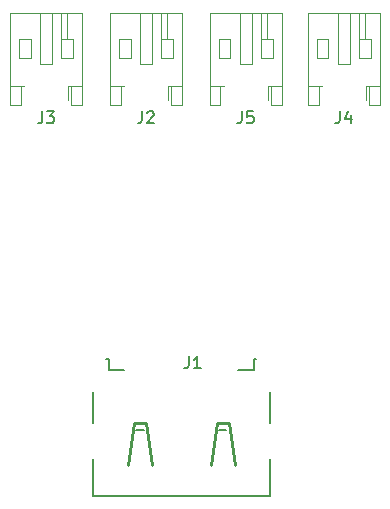
<source format=gbr>
%TF.GenerationSoftware,KiCad,Pcbnew,(6.0.5)*%
%TF.CreationDate,2022-06-07T12:46:05-06:00*%
%TF.ProjectId,21Pin_Fanout,32315069-6e5f-4466-916e-6f75742e6b69,rev?*%
%TF.SameCoordinates,Original*%
%TF.FileFunction,Legend,Top*%
%TF.FilePolarity,Positive*%
%FSLAX46Y46*%
G04 Gerber Fmt 4.6, Leading zero omitted, Abs format (unit mm)*
G04 Created by KiCad (PCBNEW (6.0.5)) date 2022-06-07 12:46:05*
%MOMM*%
%LPD*%
G01*
G04 APERTURE LIST*
%ADD10C,0.150000*%
%ADD11C,0.120000*%
%ADD12C,0.254000*%
%ADD13C,0.200000*%
G04 APERTURE END LIST*
D10*
%TO.C,J3*%
X-11783333Y24497619D02*
X-11783333Y23783333D01*
X-11830952Y23640476D01*
X-11926190Y23545238D01*
X-12069047Y23497619D01*
X-12164285Y23497619D01*
X-11402380Y24497619D02*
X-10783333Y24497619D01*
X-11116666Y24116666D01*
X-10973809Y24116666D01*
X-10878571Y24069047D01*
X-10830952Y24021428D01*
X-10783333Y23926190D01*
X-10783333Y23688095D01*
X-10830952Y23592857D01*
X-10878571Y23545238D01*
X-10973809Y23497619D01*
X-11259523Y23497619D01*
X-11354761Y23545238D01*
X-11402380Y23592857D01*
%TO.C,J2*%
X-3333333Y24497619D02*
X-3333333Y23783333D01*
X-3380952Y23640476D01*
X-3476190Y23545238D01*
X-3619047Y23497619D01*
X-3714285Y23497619D01*
X-2904761Y24402380D02*
X-2857142Y24450000D01*
X-2761904Y24497619D01*
X-2523809Y24497619D01*
X-2428571Y24450000D01*
X-2380952Y24402380D01*
X-2333333Y24307142D01*
X-2333333Y24211904D01*
X-2380952Y24069047D01*
X-2952380Y23497619D01*
X-2333333Y23497619D01*
%TO.C,J4*%
X13416666Y24497619D02*
X13416666Y23783333D01*
X13369047Y23640476D01*
X13273809Y23545238D01*
X13130952Y23497619D01*
X13035714Y23497619D01*
X14321428Y24164285D02*
X14321428Y23497619D01*
X14083333Y24545238D02*
X13845238Y23830952D01*
X14464285Y23830952D01*
%TO.C,J5*%
X5116666Y24497619D02*
X5116666Y23783333D01*
X5069047Y23640476D01*
X4973809Y23545238D01*
X4830952Y23497619D01*
X4735714Y23497619D01*
X6069047Y24497619D02*
X5592857Y24497619D01*
X5545238Y24021428D01*
X5592857Y24069047D01*
X5688095Y24116666D01*
X5926190Y24116666D01*
X6021428Y24069047D01*
X6069047Y24021428D01*
X6116666Y23926190D01*
X6116666Y23688095D01*
X6069047Y23592857D01*
X6021428Y23545238D01*
X5926190Y23497619D01*
X5688095Y23497619D01*
X5592857Y23545238D01*
X5545238Y23592857D01*
%TO.C,J1*%
X621309Y3754619D02*
X621309Y3040333D01*
X573690Y2897476D01*
X478452Y2802238D01*
X335595Y2754619D01*
X240357Y2754619D01*
X1621309Y2754619D02*
X1049880Y2754619D01*
X1335595Y2754619D02*
X1335595Y3754619D01*
X1240357Y3611761D01*
X1145119Y3516523D01*
X1049880Y3468904D01*
D11*
%TO.C,J3*%
X-12750000Y30600000D02*
X-12750000Y29000000D01*
X-9150000Y30600000D02*
X-10150000Y30600000D01*
X-11950000Y28500000D02*
X-11950000Y32860000D01*
X-9590000Y26640000D02*
X-9590000Y25425000D01*
X-9310000Y26640000D02*
X-9310000Y25040000D01*
X-13590000Y25040000D02*
X-13590000Y26640000D01*
X-9590000Y26640000D02*
X-9310000Y26640000D01*
X-13750000Y30600000D02*
X-12750000Y30600000D01*
X-13750000Y29000000D02*
X-13750000Y30600000D01*
X-10150000Y29000000D02*
X-9150000Y29000000D01*
X-14510000Y25040000D02*
X-13590000Y25040000D01*
X-8390000Y26640000D02*
X-9310000Y26640000D01*
X-14510000Y32860000D02*
X-14510000Y25040000D01*
X-9150000Y29000000D02*
X-9150000Y30600000D01*
X-10950000Y32860000D02*
X-10950000Y28500000D01*
X-10150000Y30600000D02*
X-10150000Y29000000D01*
X-8390000Y32860000D02*
X-14510000Y32860000D01*
X-10150000Y30600000D02*
X-10150000Y32860000D01*
X-14510000Y26640000D02*
X-13590000Y26640000D01*
X-9310000Y25040000D02*
X-8390000Y25040000D01*
X-10950000Y28500000D02*
X-11950000Y28500000D01*
X-8390000Y25040000D02*
X-8390000Y32860000D01*
X-9650000Y30600000D02*
X-9650000Y32860000D01*
X-13590000Y26640000D02*
X-13310000Y26640000D01*
X-12750000Y29000000D02*
X-13750000Y29000000D01*
%TO.C,J2*%
X-2500000Y28500000D02*
X-3500000Y28500000D01*
X-700000Y29000000D02*
X-700000Y30600000D01*
X-5300000Y29000000D02*
X-5300000Y30600000D01*
X-5140000Y25040000D02*
X-5140000Y26640000D01*
X-1700000Y30600000D02*
X-1700000Y29000000D01*
X-860000Y26640000D02*
X-860000Y25040000D01*
X60000Y32860000D02*
X-6060000Y32860000D01*
X-6060000Y32860000D02*
X-6060000Y25040000D01*
X-1140000Y26640000D02*
X-860000Y26640000D01*
X-860000Y25040000D02*
X60000Y25040000D01*
X60000Y26640000D02*
X-860000Y26640000D01*
X-3500000Y28500000D02*
X-3500000Y32860000D01*
X-4300000Y30600000D02*
X-4300000Y29000000D01*
X60000Y25040000D02*
X60000Y32860000D01*
X-1700000Y29000000D02*
X-700000Y29000000D01*
X-6060000Y26640000D02*
X-5140000Y26640000D01*
X-1700000Y30600000D02*
X-1700000Y32860000D01*
X-6060000Y25040000D02*
X-5140000Y25040000D01*
X-5140000Y26640000D02*
X-4860000Y26640000D01*
X-1200000Y30600000D02*
X-1200000Y32860000D01*
X-4300000Y29000000D02*
X-5300000Y29000000D01*
X-700000Y30600000D02*
X-1700000Y30600000D01*
X-5300000Y30600000D02*
X-4300000Y30600000D01*
X-2500000Y32860000D02*
X-2500000Y28500000D01*
X-1140000Y26640000D02*
X-1140000Y25425000D01*
%TO.C,J4*%
X11610000Y26640000D02*
X11890000Y26640000D01*
X15890000Y25040000D02*
X16810000Y25040000D01*
X13250000Y28500000D02*
X13250000Y32860000D01*
X16050000Y29000000D02*
X16050000Y30600000D01*
X15550000Y30600000D02*
X15550000Y32860000D01*
X14250000Y28500000D02*
X13250000Y28500000D01*
X16050000Y30600000D02*
X15050000Y30600000D01*
X15050000Y30600000D02*
X15050000Y29000000D01*
X11610000Y25040000D02*
X11610000Y26640000D01*
X15050000Y30600000D02*
X15050000Y32860000D01*
X15050000Y29000000D02*
X16050000Y29000000D01*
X10690000Y32860000D02*
X10690000Y25040000D01*
X12450000Y30600000D02*
X12450000Y29000000D01*
X10690000Y25040000D02*
X11610000Y25040000D01*
X16810000Y26640000D02*
X15890000Y26640000D01*
X10690000Y26640000D02*
X11610000Y26640000D01*
X16810000Y32860000D02*
X10690000Y32860000D01*
X15610000Y26640000D02*
X15890000Y26640000D01*
X15610000Y26640000D02*
X15610000Y25425000D01*
X11450000Y30600000D02*
X12450000Y30600000D01*
X16810000Y25040000D02*
X16810000Y32860000D01*
X11450000Y29000000D02*
X11450000Y30600000D01*
X14250000Y32860000D02*
X14250000Y28500000D01*
X15890000Y26640000D02*
X15890000Y25040000D01*
X12450000Y29000000D02*
X11450000Y29000000D01*
%TO.C,J5*%
X3150000Y30600000D02*
X4150000Y30600000D01*
X7310000Y26640000D02*
X7310000Y25425000D01*
X7590000Y26640000D02*
X7590000Y25040000D01*
X2390000Y32860000D02*
X2390000Y25040000D01*
X7750000Y30600000D02*
X6750000Y30600000D01*
X2390000Y26640000D02*
X3310000Y26640000D01*
X3150000Y29000000D02*
X3150000Y30600000D01*
X4950000Y28500000D02*
X4950000Y32860000D01*
X3310000Y26640000D02*
X3590000Y26640000D01*
X7750000Y29000000D02*
X7750000Y30600000D01*
X6750000Y30600000D02*
X6750000Y29000000D01*
X2390000Y25040000D02*
X3310000Y25040000D01*
X8510000Y25040000D02*
X8510000Y32860000D01*
X6750000Y30600000D02*
X6750000Y32860000D01*
X7310000Y26640000D02*
X7590000Y26640000D01*
X6750000Y29000000D02*
X7750000Y29000000D01*
X4150000Y30600000D02*
X4150000Y29000000D01*
X8510000Y26640000D02*
X7590000Y26640000D01*
X8510000Y32860000D02*
X2390000Y32860000D01*
X7250000Y30600000D02*
X7250000Y32860000D01*
X5950000Y32860000D02*
X5950000Y28500000D01*
X3310000Y25040000D02*
X3310000Y26640000D01*
X4150000Y29000000D02*
X3150000Y29000000D01*
X7590000Y25040000D02*
X8510000Y25040000D01*
X5950000Y28500000D02*
X4950000Y28500000D01*
D12*
%TO.C,J1*%
X4000000Y-1904000D02*
X4500000Y-5404000D01*
D13*
X6145000Y2575000D02*
X6145000Y3563000D01*
X6352000Y3563000D02*
X6352000Y3556000D01*
X-6107000Y3545000D02*
X-6120000Y3545000D01*
X7500000Y-1876000D02*
X7500000Y743000D01*
X-6350000Y3557000D02*
X-6107000Y3557000D01*
X4830000Y2565000D02*
X6080000Y2565000D01*
X-3200000Y-2504000D02*
X-3800000Y-2504000D01*
X6080000Y2565000D02*
X6080000Y2575000D01*
X-7500000Y-1875000D02*
X-7500000Y743000D01*
X-6107000Y3557000D02*
X-6107000Y3545000D01*
X-6120000Y2592000D02*
X-4837000Y2592000D01*
X7500000Y-8036000D02*
X7500000Y-4917000D01*
X6145000Y3563000D02*
X6352000Y3563000D01*
X3200000Y-2504000D02*
X3800000Y-2504000D01*
D12*
X-3000000Y-1904000D02*
X-4000000Y-1904000D01*
D13*
X-6120000Y3545000D02*
X-6120000Y2592000D01*
D12*
X2500000Y-5404000D02*
X3000000Y-1904000D01*
D13*
X-7500000Y-8036000D02*
X-7500000Y-4917000D01*
X6080000Y2575000D02*
X6145000Y2575000D01*
D12*
X-2500000Y-5404000D02*
X-3000000Y-1904000D01*
D13*
X-7500000Y-8036000D02*
X7500000Y-8036000D01*
D12*
X3000000Y-1904000D02*
X4000000Y-1904000D01*
X-4000000Y-1904000D02*
X-4500000Y-5404000D01*
%TD*%
M02*

</source>
